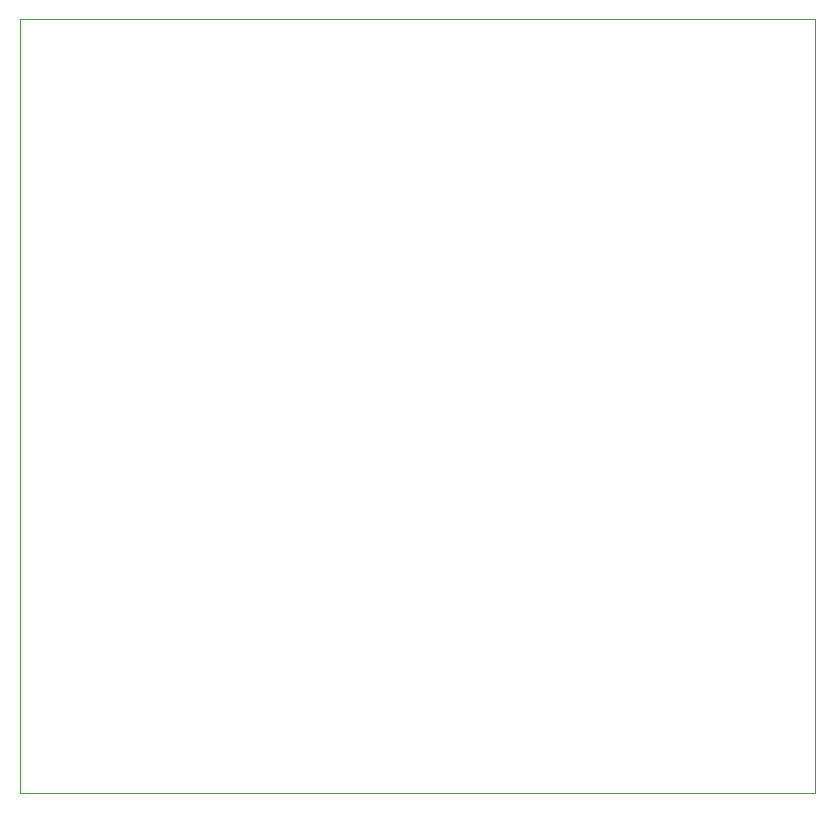
<source format=gbr>
%TF.GenerationSoftware,KiCad,Pcbnew,(5.1.7)-1*%
%TF.CreationDate,2023-11-14T09:03:03-07:00*%
%TF.ProjectId,SIOST,53494f53-542e-46b6-9963-61645f706362,rev?*%
%TF.SameCoordinates,PX6a95280PY5a1c5c0*%
%TF.FileFunction,Profile,NP*%
%FSLAX46Y46*%
G04 Gerber Fmt 4.6, Leading zero omitted, Abs format (unit mm)*
G04 Created by KiCad (PCBNEW (5.1.7)-1) date 2023-11-14 09:03:03*
%MOMM*%
%LPD*%
G01*
G04 APERTURE LIST*
%TA.AperFunction,Profile*%
%ADD10C,0.050000*%
%TD*%
G04 APERTURE END LIST*
D10*
X0Y0D02*
X67310000Y0D01*
X0Y65532000D02*
X67310000Y65532000D01*
X67310000Y65532000D02*
X67310000Y0D01*
X0Y65278000D02*
X0Y65532000D01*
X0Y254000D02*
X0Y0D01*
X0Y65278000D02*
X0Y254000D01*
M02*

</source>
